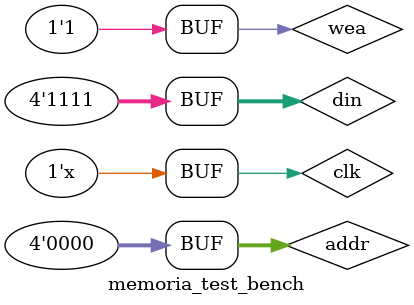
<source format=v>
`timescale 1ns / 1ps


module memoria_test_bench;

	// Inputs
	reg clk;
	reg [3:0] addr;
	reg [3:0] din;
	reg wea;

	// Outputs
	wire [3:0] dout;

	// Instantiate the Unit Under Test (UUT)
	test_memoria uut (
		.clk(clk), 
		.addr(addr), 
		.din(din), 
		.wea(wea), 
		.dout(dout)
	);
	
	
	initial begin
		// Initialize Inputs
		clk = 0;
		addr = 0;
		din = 0;
		wea = 0;

		// Wait 100 ns for global reset to finish
		#100;
		din = 4'b1111;
		#100;
		wea = 1;
		#100;
		
        
		// Add stimulus here

	end
	
	always #10 clk = ~clk;
      
endmodule


</source>
